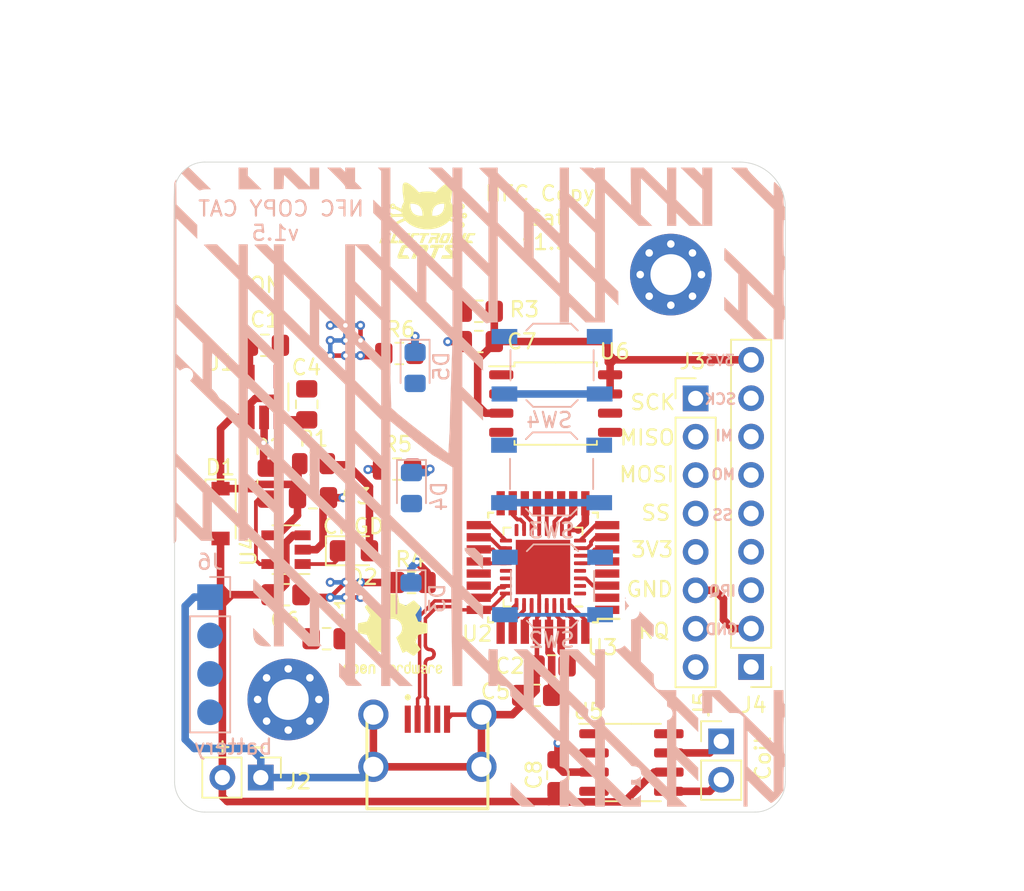
<source format=kicad_pcb>
(kicad_pcb (version 20171130) (host pcbnew "(5.1.9)-1")
  (title_block (title "NFC Copy Cat") (date 2020-04-15) (rev 1.5) (company "Electronic Cats ") (comment 1 "Juan Eduardo Rangel") (comment 2 "Montserrat Figueroa") (comment 3 "Eduardo Contreras"))
  (layers (0 F.Cu signal) (31 B.Cu signal) (34 B.Paste user) (35 F.Paste user) (36 B.SilkS user) (37 F.SilkS user) (38 B.Mask user) (39 F.Mask user hide) (44 Edge.Cuts user))
  (net 0 "")
  (net 1 +3V3)
  (net 2 GND)
  (net 3 VCC)
  (net 4 "Net-(D3-Pad1)")
  (net 5 "Net-(F1-Pad2)")
  (net 6 /D-)
  (net 7 /D+)
  (net 8 "Net-(J1-Pad4)")
  (net 9 /SWDIO)
  (net 10 /SWCLK)
  (net 11 "/13(SCK)")
  (net 12 "/12(MISO)")
  (net 13 "/11(MOSI)")
  (net 14 "/10(SS)")
  (net 15 /IRQ)
  (net 16 /OUTA)
  (net 17 /OUTB)
  (net 18 /RESET)
  (net 19 "Net-(U3-Pad1)")
  (net 20 /IN_A)
  (net 21 /IN_B)
  (net 22 /SW1)
  (net 23 /SW2)
  (net 24 "Net-(D4-Pad1)")
  (net 25 +BATT)
  (net 26 /LED1)
  (net 27 /LED2)
  (net 28 /LED3)
  (net 29 "Net-(D5-Pad1)")
  (net 30 /RSTOUT)
  (net 31 "Net-(F1-Pad1)")
  (net 32 /SS1)
  (net 33 /MISO1)
  (net 34 /SCK1)
  (net 35 /MOSI1)
  (net 36 /VDDCORE)
  (net 37 "Net-(D2-Pad2)")
  (net 38 "Net-(D2-Pad1)")
  (net 39 "Net-(J3-Pad8)")
  (net 40 "Net-(J4-Pad1)")
  (net 41 "Net-(R2-Pad2)")
  (net 42 "Net-(U2-Pad22)")
  (net 43 "Net-(U2-Pad21)")
  (net 44 "Net-(U2-Pad16)")
  (net 45 "Net-(U2-Pad4)")
  (net 46 "Net-(U2-Pad2)")
  (net 47 "Net-(U2-Pad1)")
  (net 48 "Net-(U3-Pad22)")
  (net 49 "Net-(U3-Pad21)")
  (net 50 "Net-(U3-Pad16)")
  (net 51 "Net-(U3-Pad4)")
  (net 52 "Net-(U3-Pad2)")
  (net 53 "Net-(U5-Pad1)")
  (net 54 "Net-(U5-Pad8)")
  (module Button_Switch_SMD:SW_SPST_TL3342 (layer B.Cu) (at 152.67 62.64)
    (fp_text reference SW4 (at -0.18 3.63 180) (layer B.SilkS) (effects (justify mirror)))
    (fp_text value NFC)
    (pad 2 smd rect (at 3.15 -1.9) (size 1.7 1) (layers B.Cu B.Paste B.Mask) (net 23 /SW2))
    (pad 2 smd rect (at -3.15 -1.9) (size 1.7 1) (layers B.Cu B.Paste B.Mask) (net 23 /SW2))
    (pad 1 smd rect (at 3.15 1.9) (size 1.7 1) (layers B.Cu B.Paste B.Mask) (net 2 GND))
    (pad 1 smd rect (at -3.15 1.9) (size 1.7 1) (layers B.Cu B.Paste B.Mask) (net 2 GND))
  )
  (module Button_Switch_SMD:SW_SPST_TL3342 (layer B.Cu) (at 152.64 69.83)
    (fp_text reference SW3 (at 0 3.75) (layer B.SilkS) (effects (justify mirror)))
    (fp_text value Magspoof)
    (pad 2 smd rect (at 3.15 -1.9) (size 1.7 1) (layers B.Cu B.Paste B.Mask) (net 22 /SW1))
    (pad 2 smd rect (at -3.15 -1.9) (size 1.7 1) (layers B.Cu B.Paste B.Mask) (net 22 /SW1))
    (pad 1 smd rect (at 3.15 1.9) (size 1.7 1) (layers B.Cu B.Paste B.Mask) (net 2 GND))
    (pad 1 smd rect (at -3.15 1.9) (size 1.7 1) (layers B.Cu B.Paste B.Mask) (net 2 GND))
  )
  (module Button_Switch_SMD:SW_SPST_TL3342 (layer B.Cu) (at 152.7 77.24)
    (fp_text reference SW2 (at -0.06 3.58) (layer B.SilkS) (effects (justify mirror)))
    (fp_text value RST)
    (pad 2 smd rect (at 3.15 -1.9) (size 1.7 1) (layers B.Cu B.Paste B.Mask) (net 18 /RESET))
    (pad 2 smd rect (at -3.15 -1.9) (size 1.7 1) (layers B.Cu B.Paste B.Mask) (net 18 /RESET))
    (pad 1 smd rect (at 3.15 1.9) (size 1.7 1) (layers B.Cu B.Paste B.Mask) (net 2 GND))
    (pad 1 smd rect (at -3.15 1.9) (size 1.7 1) (layers B.Cu B.Paste B.Mask) (net 2 GND))
  )
  (module Resistor_SMD:R_0805_2012Metric (layer F.Cu) (at 136.89 69.15)
    (fp_text reference R1 (at 0 -1.65) (layer F.SilkS))
    (fp_text value 1k)
    (pad 2 smd roundrect (at 0.9125 0) (size 1.025 1.4) (layers F.Cu F.Paste F.Mask) (roundrect_rratio 0.243902) (net 37 "Net-(D2-Pad2)"))
    (pad 1 smd roundrect (at -0.9125 0) (size 1.025 1.4) (layers F.Cu F.Paste F.Mask) (roundrect_rratio 0.243902) (net 3 VCC))
  )
  (module Package_QFP:TQFP-32_7x7mm_P0.8mm (layer F.Cu) (at 152.07 76.02 180)
    (fp_text reference U3 (at -3.93 -5.28) (layer F.SilkS))
    (fp_text value ATSAMD21E18A)
    (pad 32 smd rect (at -2.8 -4.25 270) (size 1.6 0.55) (layers F.Cu F.Paste F.Mask) (net 9 /SWDIO))
    (pad 31 smd rect (at -2 -4.25 270) (size 1.6 0.55) (layers F.Cu F.Paste F.Mask) (net 10 /SWCLK))
    (pad 30 smd rect (at -1.2 -4.25 270) (size 1.6 0.55) (layers F.Cu F.Paste F.Mask) (net 1 +3V3))
    (pad 29 smd rect (at -0.4 -4.25 270) (size 1.6 0.55) (layers F.Cu F.Paste F.Mask) (net 36 /VDDCORE))
    (pad 28 smd rect (at 0.4 -4.25 270) (size 1.6 0.55) (layers F.Cu F.Paste F.Mask) (net 2 GND))
    (pad 27 smd rect (at 1.2 -4.25 270) (size 1.6 0.55) (layers F.Cu F.Paste F.Mask) (net 23 /SW2))
    (pad 26 smd rect (at 2 -4.25 270) (size 1.6 0.55) (layers F.Cu F.Paste F.Mask) (net 18 /RESET))
    (pad 25 smd rect (at 2.8 -4.25 270) (size 1.6 0.55) (layers F.Cu F.Paste F.Mask) (net 22 /SW1))
    (pad 24 smd rect (at 4.25 -2.8 180) (size 1.6 0.55) (layers F.Cu F.Paste F.Mask) (net 7 /D+))
    (pad 23 smd rect (at 4.25 -2 180) (size 1.6 0.55) (layers F.Cu F.Paste F.Mask) (net 6 /D-))
    (pad 22 smd rect (at 4.25 -1.2 180) (size 1.6 0.55) (layers F.Cu F.Paste F.Mask) (net 48 "Net-(U3-Pad22)"))
    (pad 21 smd rect (at 4.25 -0.4 180) (size 1.6 0.55) (layers F.Cu F.Paste F.Mask) (net 49 "Net-(U3-Pad21)"))
    (pad 20 smd rect (at 4.25 0.4 180) (size 1.6 0.55) (layers F.Cu F.Paste F.Mask) (net 12 "/12(MISO)"))
    (pad 19 smd rect (at 4.25 1.2 180) (size 1.6 0.55) (layers F.Cu F.Paste F.Mask) (net 14 "/10(SS)"))
    (pad 18 smd rect (at 4.25 2 180) (size 1.6 0.55) (layers F.Cu F.Paste F.Mask) (net 11 "/13(SCK)"))
    (pad 17 smd rect (at 4.25 2.8 180) (size 1.6 0.55) (layers F.Cu F.Paste F.Mask) (net 13 "/11(MOSI)"))
    (pad 16 smd rect (at 2.8 4.25 270) (size 1.6 0.55) (layers F.Cu F.Paste F.Mask) (net 50 "Net-(U3-Pad16)"))
    (pad 15 smd rect (at 2 4.25 270) (size 1.6 0.55) (layers F.Cu F.Paste F.Mask) (net 26 /LED1))
    (pad 14 smd rect (at 1.2 4.25 270) (size 1.6 0.55) (layers F.Cu F.Paste F.Mask) (net 33 /MISO1))
    (pad 13 smd rect (at 0.4 4.25 270) (size 1.6 0.55) (layers F.Cu F.Paste F.Mask) (net 32 /SS1))
    (pad 12 smd rect (at -0.4 4.25 270) (size 1.6 0.55) (layers F.Cu F.Paste F.Mask) (net 34 /SCK1))
    (pad 11 smd rect (at -1.2 4.25 270) (size 1.6 0.55) (layers F.Cu F.Paste F.Mask) (net 35 /MOSI1))
    (pad 10 smd rect (at -2 4.25 270) (size 1.6 0.55) (layers F.Cu F.Paste F.Mask) (net 2 GND))
    (pad 9 smd rect (at -2.8 4.25 270) (size 1.6 0.55) (layers F.Cu F.Paste F.Mask) (net 1 +3V3))
    (pad 8 smd rect (at -4.25 2.8 180) (size 1.6 0.55) (layers F.Cu F.Paste F.Mask) (net 21 /IN_B))
    (pad 7 smd rect (at -4.25 2 180) (size 1.6 0.55) (layers F.Cu F.Paste F.Mask) (net 20 /IN_A))
    (pad 6 smd rect (at -4.25 1.2 180) (size 1.6 0.55) (layers F.Cu F.Paste F.Mask) (net 27 /LED2))
    (pad 5 smd rect (at -4.25 0.4 180) (size 1.6 0.55) (layers F.Cu F.Paste F.Mask) (net 28 /LED3))
    (pad 4 smd rect (at -4.25 -0.4 180) (size 1.6 0.55) (layers F.Cu F.Paste F.Mask) (net 51 "Net-(U3-Pad4)"))
    (pad 3 smd rect (at -4.25 -1.2 180) (size 1.6 0.55) (layers F.Cu F.Paste F.Mask) (net 15 /IRQ))
    (pad 2 smd rect (at -4.25 -2 180) (size 1.6 0.55) (layers F.Cu F.Paste F.Mask) (net 52 "Net-(U3-Pad2)"))
    (pad 1 smd rect (at -4.25 -2.8 180) (size 1.6 0.55) (layers F.Cu F.Paste F.Mask) (net 19 "Net-(U3-Pad1)"))
  )
  (module Package_DFN_QFN:QFN-32-1EP_5x5mm_P0.5mm_EP3.6x3.6mm (layer F.Cu) (at 152.07 75.99 180)
    (fp_text reference U2 (at 4.35 -4.41) (layer F.SilkS))
    (fp_text value ATSAMD21E18A)
    (pad 33 smd rect (at 0 0 180) (size 3.6 3.6) (layers F.Cu F.Mask))
    (pad 32 smd roundrect (at -1.75 -2.45 180) (size 0.25 0.8) (layers F.Cu F.Paste F.Mask) (net 9 /SWDIO))
    (pad 31 smd roundrect (at -1.25 -2.45 180) (size 0.25 0.8) (layers F.Cu F.Paste F.Mask) (net 10 /SWCLK))
    (pad 30 smd roundrect (at -0.75 -2.45 180) (size 0.25 0.8) (layers F.Cu F.Paste F.Mask) (net 1 +3V3))
    (pad 29 smd roundrect (at -0.25 -2.45 180) (size 0.25 0.8) (layers F.Cu F.Paste F.Mask) (net 36 /VDDCORE))
    (pad 28 smd roundrect (at 0.25 -2.45 180) (size 0.25 0.8) (layers F.Cu F.Paste F.Mask) (net 2 GND))
    (pad 27 smd roundrect (at 0.75 -2.45 180) (size 0.25 0.8) (layers F.Cu F.Paste F.Mask) (net 23 /SW2))
    (pad 26 smd roundrect (at 1.25 -2.45 180) (size 0.25 0.8) (layers F.Cu F.Paste F.Mask) (net 18 /RESET))
    (pad 25 smd roundrect (at 1.75 -2.45 180) (size 0.25 0.8) (layers F.Cu F.Paste F.Mask) (net 22 /SW1))
    (pad 24 smd roundrect (at 2.45 -1.75 180) (size 0.8 0.25) (layers F.Cu F.Paste F.Mask) (net 7 /D+))
    (pad 23 smd roundrect (at 2.45 -1.25 180) (size 0.8 0.25) (layers F.Cu F.Paste F.Mask) (net 6 /D-))
    (pad 22 smd roundrect (at 2.45 -0.75 180) (size 0.8 0.25) (layers F.Cu F.Paste F.Mask) (net 42 "Net-(U2-Pad22)"))
    (pad 21 smd roundrect (at 2.45 -0.25 180) (size 0.8 0.25) (layers F.Cu F.Paste F.Mask) (net 43 "Net-(U2-Pad21)"))
    (pad 20 smd roundrect (at 2.45 0.25 180) (size 0.8 0.25) (layers F.Cu F.Paste F.Mask) (net 12 "/12(MISO)"))
    (pad 19 smd roundrect (at 2.45 0.75 180) (size 0.8 0.25) (layers F.Cu F.Paste F.Mask) (net 14 "/10(SS)"))
    (pad 18 smd roundrect (at 2.45 1.25 180) (size 0.8 0.25) (layers F.Cu F.Paste F.Mask) (net 11 "/13(SCK)"))
    (pad 17 smd roundrect (at 2.45 1.75 180) (size 0.8 0.25) (layers F.Cu F.Paste F.Mask) (net 13 "/11(MOSI)"))
    (pad 16 smd roundrect (at 1.75 2.45 180) (size 0.25 0.8) (layers F.Cu F.Paste F.Mask) (net 44 "Net-(U2-Pad16)"))
    (pad 15 smd roundrect (at 1.25 2.45 180) (size 0.25 0.8) (layers F.Cu F.Paste F.Mask) (net 26 /LED1))
    (pad 14 smd roundrect (at 0.75 2.45 180) (size 0.25 0.8) (layers F.Cu F.Paste F.Mask) (net 33 /MISO1))
    (pad 13 smd roundrect (at 0.25 2.45 180) (size 0.25 0.8) (layers F.Cu F.Paste F.Mask) (net 32 /SS1))
    (pad 12 smd roundrect (at -0.25 2.45 180) (size 0.25 0.8) (layers F.Cu F.Paste F.Mask) (net 34 /SCK1))
    (pad 11 smd roundrect (at -0.75 2.45 180) (size 0.25 0.8) (layers F.Cu F.Paste F.Mask) (net 35 /MOSI1))
    (pad 10 smd roundrect (at -1.25 2.45 180) (size 0.25 0.8) (layers F.Cu F.Paste F.Mask) (net 2 GND))
    (pad 9 smd roundrect (at -1.75 2.45 180) (size 0.25 0.8) (layers F.Cu F.Paste F.Mask) (net 1 +3V3))
    (pad 8 smd roundrect (at -2.45 1.75 180) (size 0.8 0.25) (layers F.Cu F.Paste F.Mask) (net 21 /IN_B))
    (pad 7 smd roundrect (at -2.45 1.25 180) (size 0.8 0.25) (layers F.Cu F.Paste F.Mask) (net 20 /IN_A))
    (pad 6 smd roundrect (at -2.45 0.75 180) (size 0.8 0.25) (layers F.Cu F.Paste F.Mask) (net 27 /LED2))
    (pad 5 smd roundrect (at -2.45 0.25 180) (size 0.8 0.25) (layers F.Cu F.Paste F.Mask) (net 28 /LED3))
    (pad 4 smd roundrect (at -2.45 -0.25 180) (size 0.8 0.25) (layers F.Cu F.Paste F.Mask) (net 45 "Net-(U2-Pad4)"))
    (pad 3 smd roundrect (at -2.45 -0.75 180) (size 0.8 0.25) (layers F.Cu F.Paste F.Mask) (net 15 /IRQ))
    (pad 2 smd roundrect (at -2.45 -1.25 180) (size 0.8 0.25) (layers F.Cu F.Paste F.Mask) (net 46 "Net-(U2-Pad2)"))
    (pad 1 smd roundrect (at -2.45 -1.75 180) (size 0.8 0.25) (layers F.Cu F.Paste F.Mask) (net 47 "Net-(U2-Pad1)"))
  )
  (module LED_SMD:LED_0805_2012Metric_Pad1.15x1.40mm_HandSolder (layer B.Cu) (at 143.61 62.815 270)
    (fp_text reference D5 (at -0.095 -1.74 90) (layer B.SilkS) (effects (justify mirror)))
    (fp_text value LED)
    (pad 2 smd roundrect (at 1.025 0 270) (size 1.15 1.4) (layers B.Cu B.Paste B.Mask) (roundrect_rratio 0.2173904347826087) (net 28 /LED3))
    (pad 1 smd roundrect (at -1.025 0 270) (size 1.15 1.4) (layers B.Cu B.Paste B.Mask) (roundrect_rratio 0.2173904347826087) (net 29 "Net-(D5-Pad1)"))
  )
  (module LED_SMD:LED_0805_2012Metric_Pad1.15x1.40mm_HandSolder (layer B.Cu) (at 143.37 70.765 270)
    (fp_text reference D4 (at 0.545 -1.83 270) (layer B.SilkS) (effects (justify mirror)))
    (fp_text value LED)
    (pad 1 smd roundrect (at -1.025 0 270) (size 1.15 1.4) (layers B.Cu B.Paste B.Mask) (roundrect_rratio 0.2173904347826087) (net 24 "Net-(D4-Pad1)"))
    (pad 2 smd roundrect (at 1.025 0 270) (size 1.15 1.4) (layers B.Cu B.Paste B.Mask) (roundrect_rratio 0.2173904347826087) (net 27 /LED2))
  )
  (module LED_SMD:LED_0805_2012Metric_Pad1.15x1.40mm_HandSolder (layer B.Cu) (at 143.34 78.06 270)
    (fp_text reference D3 (at 0 -1.74 90) (layer B.SilkS) (effects (justify mirror)))
    (fp_text value LED)
    (pad 1 smd roundrect (at -1.025 0 270) (size 1.15 1.4) (layers B.Cu B.Paste B.Mask) (roundrect_rratio 0.2173904347826087) (net 4 "Net-(D3-Pad1)"))
    (pad 2 smd roundrect (at 1.025 0 270) (size 1.15 1.4) (layers B.Cu B.Paste B.Mask) (roundrect_rratio 0.2173904347826087) (net 26 /LED1))
  )
  (module Aesthetics:nfc_front (layer B.Cu) (at 147.86 70.56 180)
    (fp_text reference G*** hide)
    (fp_text value LOGO hide)
  )
  (module Symbol:OSHW-Logo2_7.3x6mm_SilkScreen (layer F.Cu) (at 142.125 80.5)
    (fp_text reference REF** hide)
    (fp_text value OSHW-Logo2_7.3x6mm_SilkScreen hide)
  )
  (module Connector_PinHeader_2.54mm:PinHeader_1x04_P2.54mm_Vertical (layer B.Cu) (at 130.048 77.978 180)
    (fp_text reference J6 (at 0 2.33) (layer B.SilkS) (effects (justify mirror)))
    (fp_text value SWD)
    (pad 1 smd rect (at 0 0 180) (size 1.7 1.7) (layers B.Cu B.Paste B.Mask) (net 2 GND))
    (pad 2 smd oval (at 0 -2.54 180) (size 1.7 1.7) (layers B.Cu B.Paste B.Mask) (net 10 /SWCLK))
    (pad 3 smd oval (at 0 -5.08 180) (size 1.7 1.7) (layers B.Cu B.Paste B.Mask) (net 9 /SWDIO))
    (pad 4 smd oval (at 0 -7.62 180) (size 1.7 1.7) (layers B.Cu B.Paste B.Mask) (net 1 +3V3))
  )
  (module Package_TO_SOT_SMD:SOT-23-5 (layer F.Cu) (at 135.07 74.84 180)
    (fp_text reference U4 (at 2.47 -0.1 90) (layer F.SilkS))
    (fp_text value MCP73831-2-OT)
    (pad 1 smd rect (at -1.1 -0.95 180) (size 1.06 0.65) (layers F.Cu F.Paste F.Mask) (net 38 "Net-(D2-Pad1)"))
    (pad 2 smd rect (at -1.1 0 180) (size 1.06 0.65) (layers F.Cu F.Paste F.Mask) (net 2 GND))
    (pad 3 smd rect (at -1.1 0.95 180) (size 1.06 0.65) (layers F.Cu F.Paste F.Mask) (net 25 +BATT))
    (pad 4 smd rect (at 1.1 0.95 180) (size 1.06 0.65) (layers F.Cu F.Paste F.Mask) (net 3 VCC))
    (pad 5 smd rect (at 1.1 -0.95 180) (size 1.06 0.65) (layers F.Cu F.Paste F.Mask) (net 41 "Net-(R2-Pad2)"))
  )
  (module Connector_PinHeader_2.54mm:PinHeader_1x08_P2.54mm_Vertical (layer F.Cu) (at 162.17 64.83)
    (fp_text reference J3 (at -0.21 -2.44 180) (layer F.SilkS))
    (fp_text value "NFC Module V3")
    (pad 1 thru_hole rect (at 0 0) (size 1.7 1.7) (drill 1) (layers *.Cu *.Mask) (net 11 "/13(SCK)"))
    (pad 2 thru_hole oval (at 0 2.54) (size 1.7 1.7) (drill 1) (layers *.Cu *.Mask) (net 12 "/12(MISO)"))
    (pad 3 thru_hole oval (at 0 5.08) (size 1.7 1.7) (drill 1) (layers *.Cu *.Mask) (net 13 "/11(MOSI)"))
    (pad 4 thru_hole oval (at 0 7.62) (size 1.7 1.7) (drill 1) (layers *.Cu *.Mask) (net 14 "/10(SS)"))
    (pad 5 thru_hole oval (at 0 10.16) (size 1.7 1.7) (drill 1) (layers *.Cu *.Mask) (net 1 +3V3))
    (pad 6 thru_hole oval (at 0 12.7) (size 1.7 1.7) (drill 1) (layers *.Cu *.Mask) (net 2 GND))
    (pad 7 thru_hole oval (at 0 15.24) (size 1.7 1.7) (drill 1) (layers *.Cu *.Mask) (net 15 /IRQ))
    (pad 8 thru_hole oval (at 0 17.78) (size 1.7 1.7) (drill 1) (layers *.Cu *.Mask) (net 39 "Net-(J3-Pad8)"))
  )
  (module Connectors:U254051N4BH806 (layer F.Cu) (at 144.4244 88.2396)
    (fp_text reference J1)
    (fp_text value USB_B_Micro hide)
    (pad 1 smd rect (at -1.3 -2.185) (size 0.4 1.8) (layers F.Cu F.Paste F.Mask) (net 5 "Net-(F1-Pad2)"))
    (pad 2 smd rect (at -0.65 -2.185) (size 0.4 1.8) (layers F.Cu F.Paste F.Mask) (net 6 /D-))
    (pad 3 smd rect (at 0 -2.185) (size 0.4 1.8) (layers F.Cu F.Paste F.Mask) (net 7 /D+))
    (pad 4 smd rect (at 0.65 -2.185) (size 0.4 1.8) (layers F.Cu F.Paste F.Mask) (net 8 "Net-(J1-Pad4)"))
    (pad 5 smd rect (at 1.3 -2.185) (size 0.4 1.8) (layers F.Cu F.Paste F.Mask) (net 2 GND))
    (pad 6 thru_hole circle (at -3.575 0.965) (size 2 2) (drill 1.3285) (layers *.Cu *.Mask) (net 2 GND))
    (pad 6 thru_hole circle (at 3.575 0.965) (size 2 2) (drill 1.3285) (layers *.Cu *.Mask) (net 2 GND))
    (pad 6 thru_hole circle (at 3.575 -2.485) (size 2 2) (drill 1.3285) (layers *.Cu *.Mask) (net 2 GND))
    (pad 6 thru_hole circle (at -3.575 -2.485) (size 2 2) (drill 1.3285) (layers *.Cu *.Mask) (net 2 GND))
    (pad MH5 np_thru_hole circle (at -2 -1.165) (size 0.65 0) (drill 0.65) (layers *.Cu *.Mask))
    (pad MH6 np_thru_hole circle (at 2 -1.165) (size 0.65 0) (drill 0.65) (layers *.Cu *.Mask))
  )
  (module Aesthetics:electronic_cats_logo_4x3 (layer F.Cu) (at 144.42 53.07)
    (fp_text reference G*** hide)
    (fp_text value LOGO hide)
  )
  (module Package_SO:SOIC-8_3.9x4.9mm_P1.27mm (layer F.Cu) (at 157.92 88.92)
    (fp_text reference U5 (at -2.845 -3.395) (layer F.SilkS))
    (fp_text value TC4424)
    (pad 1 smd roundrect (at -2.475 -1.905) (size 1.95 0.6) (layers F.Cu F.Paste F.Mask) (net 53 "Net-(U5-Pad1)"))
    (pad 2 smd roundrect (at -2.475 -0.635) (size 1.95 0.6) (layers F.Cu F.Paste F.Mask) (net 20 /IN_A))
    (pad 3 smd roundrect (at -2.475 0.635) (size 1.95 0.6) (layers F.Cu F.Paste F.Mask) (net 2 GND))
    (pad 4 smd roundrect (at -2.475 1.905) (size 1.95 0.6) (layers F.Cu F.Paste F.Mask) (net 21 /IN_B))
    (pad 5 smd roundrect (at 2.475 1.905) (size 1.95 0.6) (layers F.Cu F.Paste F.Mask) (net 17 /OUTB))
    (pad 6 smd roundrect (at 2.475 0.635) (size 1.95 0.6) (layers F.Cu F.Paste F.Mask) (net 25 +BATT))
    (pad 7 smd roundrect (at 2.475 -0.635) (size 1.95 0.6) (layers F.Cu F.Paste F.Mask) (net 16 /OUTA))
    (pad 8 smd roundrect (at 2.475 -1.905) (size 1.95 0.6) (layers F.Cu F.Paste F.Mask) (net 54 "Net-(U5-Pad8)"))
  )
  (module MountingHole:MountingHole_2.7mm_M2.5_Pad_Via (layer F.Cu) (at 160.528 56.642)
    (fp_text reference " " (at 0 -3.7) (layer F.SilkS))
    (fp_text value MountingHole_2.7mm_M2.5_Pad_Via)
    (pad 1 thru_hole circle (at 1.431891 -1.431891) (size 0.8 0.8) (drill 0.5) (layers *.Cu *.Mask))
    (pad 1 thru_hole circle (at 0 -2.025) (size 0.8 0.8) (drill 0.5) (layers *.Cu *.Mask))
    (pad 1 thru_hole circle (at -1.431891 -1.431891) (size 0.8 0.8) (drill 0.5) (layers *.Cu *.Mask))
    (pad 1 thru_hole circle (at -2.025 0) (size 0.8 0.8) (drill 0.5) (layers *.Cu *.Mask))
    (pad 1 thru_hole circle (at -1.431891 1.431891) (size 0.8 0.8) (drill 0.5) (layers *.Cu *.Mask))
    (pad 1 thru_hole circle (at 0 2.025) (size 0.8 0.8) (drill 0.5) (layers *.Cu *.Mask))
    (pad 1 thru_hole circle (at 1.431891 1.431891) (size 0.8 0.8) (drill 0.5) (layers *.Cu *.Mask))
    (pad 1 thru_hole circle (at 2.025 0) (size 0.8 0.8) (drill 0.5) (layers *.Cu *.Mask))
    (pad 1 thru_hole circle (at 0 0) (size 5.4 5.4) (drill 2.7) (layers *.Cu *.Mask))
  )
  (module MountingHole:MountingHole_2.7mm_M2.5_Pad_Via (layer F.Cu) (at 135.218109 84.75)
    (fp_text reference " " (at 0 -3.7) (layer F.SilkS))
    (fp_text value MountingHole_2.7mm_M2.5_Pad_Via)
    (pad 1 thru_hole circle (at 1.431891 -1.431891) (size 0.8 0.8) (drill 0.5) (layers *.Cu *.Mask))
    (pad 1 thru_hole circle (at 0 -2.025) (size 0.8 0.8) (drill 0.5) (layers *.Cu *.Mask))
    (pad 1 thru_hole circle (at -1.431891 -1.431891) (size 0.8 0.8) (drill 0.5) (layers *.Cu *.Mask))
    (pad 1 thru_hole circle (at -2.025 0) (size 0.8 0.8) (drill 0.5) (layers *.Cu *.Mask))
    (pad 1 thru_hole circle (at -1.431891 1.431891) (size 0.8 0.8) (drill 0.5) (layers *.Cu *.Mask))
    (pad 1 thru_hole circle (at 0 2.025) (size 0.8 0.8) (drill 0.5) (layers *.Cu *.Mask))
    (pad 1 thru_hole circle (at 1.431891 1.431891) (size 0.8 0.8) (drill 0.5) (layers *.Cu *.Mask))
    (pad 1 thru_hole circle (at 2.025 0) (size 0.8 0.8) (drill 0.5) (layers *.Cu *.Mask))
    (pad 1 thru_hole circle (at 0 0) (size 5.4 5.4) (drill 2.7) (layers *.Cu *.Mask))
  )
  (module Capacitor_SMD:C_0805_2012Metric_Pad1.15x1.40mm_HandSolder (layer F.Cu) (at 151.62 84.48 180)
    (fp_text reference C5 (at 2.69 0.26) (layer F.SilkS))
    (fp_text value 1uf)
    (pad 1 smd roundrect (at -1.025 0 180) (size 1.15 1.4) (layers F.Cu F.Paste F.Mask) (roundrect_rratio 0.2173904347826087) (net 36 /VDDCORE))
    (pad 2 smd roundrect (at 1.025 0 180) (size 1.15 1.4) (layers F.Cu F.Paste F.Mask) (roundrect_rratio 0.2173904347826087) (net 2 GND))
  )
  (module Capacitor_SMD:C_0805_2012Metric_Pad1.15x1.40mm_HandSolder (layer F.Cu) (at 152.64 82.53 180)
    (fp_text reference C2 (at 2.76 0 180) (layer F.SilkS))
    (fp_text value 0.1uf)
    (pad 2 smd roundrect (at 1.025 0 180) (size 1.15 1.4) (layers F.Cu F.Paste F.Mask) (roundrect_rratio 0.2173904347826087) (net 2 GND))
    (pad 1 smd roundrect (at -1.025 0 180) (size 1.15 1.4) (layers F.Cu F.Paste F.Mask) (roundrect_rratio 0.2173904347826087) (net 1 +3V3))
  )
  (module Capacitor_SMD:C_0805_2012Metric_Pad1.15x1.40mm_HandSolder (layer F.Cu) (at 153.06 89.76 90)
    (fp_text reference C8 (at 0.03 -1.59 270) (layer F.SilkS))
    (fp_text value 10uf)
    (pad 2 smd roundrect (at 1.025 0 90) (size 1.15 1.4) (layers F.Cu F.Paste F.Mask) (roundrect_rratio 0.2173904347826087) (net 2 GND))
    (pad 1 smd roundrect (at -1.025 0 90) (size 1.15 1.4) (layers F.Cu F.Paste F.Mask) (roundrect_rratio 0.2173904347826087) (net 25 +BATT))
  )
  (module Capacitor_SMD:C_0805_2012Metric_Pad1.15x1.40mm_HandSolder (layer F.Cu) (at 133.675 61.32)
    (fp_text reference C1 (at 0 -1.7) (layer F.SilkS))
    (fp_text value 10uf)
    (pad 2 smd roundrect (at 1.025 0) (size 1.15 1.4) (layers F.Cu F.Paste F.Mask) (roundrect_rratio 0.2173904347826087) (net 2 GND))
    (pad 1 smd roundrect (at -1.025 0) (size 1.15 1.4) (layers F.Cu F.Paste F.Mask) (roundrect_rratio 0.2173904347826087) (net 1 +3V3))
  )
  (module Capacitor_SMD:C_0805_2012Metric_Pad1.15x1.40mm_HandSolder (layer F.Cu) (at 135.035 77.82)
    (fp_text reference C6 (at -0.03 1.68) (layer F.SilkS))
    (fp_text value 10uf)
    (pad 2 smd roundrect (at 1.025 0) (size 1.15 1.4) (layers F.Cu F.Paste F.Mask) (roundrect_rratio 0.2173904347826087) (net 2 GND))
    (pad 1 smd roundrect (at -1.025 0) (size 1.15 1.4) (layers F.Cu F.Paste F.Mask) (roundrect_rratio 0.2173904347826087) (net 25 +BATT))
  )
  (module Capacitor_SMD:C_0805_2012Metric_Pad1.15x1.40mm_HandSolder (layer F.Cu) (at 136.855 71.4)
    (fp_text reference C3 (at 2.855 -0.09) (layer F.SilkS))
    (fp_text value 10uf)
    (pad 1 smd roundrect (at -1.025 0) (size 1.15 1.4) (layers F.Cu F.Paste F.Mask) (roundrect_rratio 0.2173904347826087) (net 3 VCC))
    (pad 2 smd roundrect (at 1.025 0) (size 1.15 1.4) (layers F.Cu F.Paste F.Mask) (roundrect_rratio 0.2173904347826087) (net 2 GND))
  )
  (module Diode_SMD:D_SOD-123 (layer F.Cu) (at 130.74 72.45 270)
    (fp_text reference D1 (at -3.05 0.01 180) (layer F.SilkS))
    (fp_text value MBR120)
    (pad 1 smd rect (at -1.65 0 270) (size 0.9 1.2) (layers F.Cu F.Paste F.Mask) (net 3 VCC))
    (pad 2 smd rect (at 1.65 0 270) (size 0.9 1.2) (layers F.Cu F.Paste F.Mask) (net 25 +BATT))
  )
  (module LED_SMD:LED_0805_2012Metric_Pad1.15x1.40mm_HandSolder (layer F.Cu) (at 139.565 74.91)
    (fp_text reference D2 (at 0.605 1.74) (layer F.SilkS))
    (fp_text value LED)
    (pad 2 smd roundrect (at 1.025 0) (size 1.15 1.4) (layers F.Cu F.Paste F.Mask) (roundrect_rratio 0.2173904347826087) (net 37 "Net-(D2-Pad2)"))
    (pad 1 smd roundrect (at -1.025 0) (size 1.15 1.4) (layers F.Cu F.Paste F.Mask) (roundrect_rratio 0.2173904347826087) (net 38 "Net-(D2-Pad1)"))
  )
  (module Fuse:Fuse_0805_2012Metric_Pad1.15x1.40mm_HandSolder (layer F.Cu) (at 137.76 80.73)
    (fp_text reference F1 (at 1.085 -1.92 -90) (layer F.SilkS))
    (fp_text value Polyfuse)
    (pad 1 smd roundrect (at -1.025 0) (size 1.15 1.4) (layers F.Cu F.Paste F.Mask) (roundrect_rratio 0.2173904347826087) (net 31 "Net-(F1-Pad1)"))
    (pad 2 smd roundrect (at 1.025 0) (size 1.15 1.4) (layers F.Cu F.Paste F.Mask) (roundrect_rratio 0.2173904347826087) (net 5 "Net-(F1-Pad2)"))
  )
  (module Connector_PinHeader_2.54mm:PinHeader_1x02_P2.54mm_Vertical (layer F.Cu) (at 133.4008 89.916 270)
    (fp_text reference J2 (at 0.254 -2.4892 180) (layer F.SilkS))
    (fp_text value Battery)
    (pad 1 thru_hole rect (at 0 0 270) (size 1.7 1.7) (drill 1) (layers *.Cu *.Mask) (net 2 GND))
    (pad 2 thru_hole oval (at 0 2.54 270) (size 1.7 1.7) (drill 1) (layers *.Cu *.Mask) (net 25 +BATT))
  )
  (module Connector_PinHeader_2.54mm:PinHeader_1x02_P2.54mm_Vertical (layer F.Cu) (at 163.86 87.52)
    (fp_text reference J5 (at -1.3 -2.43 90) (layer F.SilkS))
    (fp_text value Conn_01x02)
    (pad 2 thru_hole oval (at 0 2.54) (size 1.7 1.7) (drill 1) (layers *.Cu *.Mask) (net 17 /OUTB))
    (pad 1 thru_hole rect (at 0 0) (size 1.7 1.7) (drill 1) (layers *.Cu *.Mask) (net 16 /OUTA))
  )
  (module Resistor_SMD:R_0805_2012Metric_Pad1.15x1.40mm_HandSolder (layer F.Cu) (at 133.89 70.47 270)
    (fp_text reference R2 (at -2.415 -0.04 180) (layer F.SilkS))
    (fp_text value 2.2k)
    (pad 2 smd roundrect (at 1.025 0 270) (size 1.15 1.4) (layers F.Cu F.Paste F.Mask) (roundrect_rratio 0.2173904347826087) (net 41 "Net-(R2-Pad2)"))
    (pad 1 smd roundrect (at -1.025 0 270) (size 1.15 1.4) (layers F.Cu F.Paste F.Mask) (roundrect_rratio 0.2173904347826087) (net 2 GND))
  )
  (module Package_TO_SOT_SMD:SOT-23-5_HandSoldering (layer F.Cu) (at 133.62 64.74 90)
    (fp_text reference U1 (at 2.2636 -2.9532 180) (layer F.SilkS))
    (fp_text value AP2112K-3.3TRG1)
    (pad 1 smd rect (at -1.35 -0.95 90) (size 1.56 0.65) (layers F.Cu F.Paste F.Mask) (net 3 VCC))
    (pad 2 smd rect (at -1.35 0 90) (size 1.56 0.65) (layers F.Cu F.Paste F.Mask) (net 2 GND))
    (pad 3 smd rect (at -1.35 0.95 90) (size 1.56 0.65) (layers F.Cu F.Paste F.Mask) (net 3 VCC))
    (pad 4 smd rect (at 1.35 0.95 90) (size 1.56 0.65) (layers F.Cu F.Paste F.Mask))
    (pad 5 smd rect (at 1.35 -0.95 90) (size 1.56 0.65) (layers F.Cu F.Paste F.Mask) (net 1 +3V3))
  )
  (module Resistor_SMD:R_0805_2012Metric_Pad1.15x1.40mm_HandSolder (layer F.Cu) (at 143.375 77.01 180)
    (fp_text reference R4 (at 0.095 1.53) (layer F.SilkS))
    (fp_text value 330)
    (pad 1 smd roundrect (at -1.025 0 180) (size 1.15 1.4) (layers F.Cu F.Paste F.Mask) (roundrect_rratio 0.2173904347826087) (net 4 "Net-(D3-Pad1)"))
    (pad 2 smd roundrect (at 1.025 0 180) (size 1.15 1.4) (layers F.Cu F.Paste F.Mask) (roundrect_rratio 0.2173904347826087) (net 2 GND))
  )
  (module Connector_PinHeader_2.54mm:PinHeader_1x09_P2.54mm_Vertical (layer F.Cu) (at 165.84 82.6 180)
    (fp_text reference J4 (at -0.17 -2.52) (layer F.SilkS))
    (fp_text value "Adafruit NFC 1.0")
    (pad 1 thru_hole rect (at 0 0 180) (size 1.7 1.7) (drill 1) (layers *.Cu *.Mask) (net 40 "Net-(J4-Pad1)"))
    (pad 2 thru_hole oval (at 0 2.54 180) (size 1.7 1.7) (drill 1) (layers *.Cu *.Mask) (net 2 GND))
    (pad 3 thru_hole oval (at 0 5.08 180) (size 1.7 1.7) (drill 1) (layers *.Cu *.Mask) (net 15 /IRQ))
    (pad 4 thru_hole oval (at 0 7.62 180) (size 1.7 1.7) (drill 1) (layers *.Cu *.Mask) (net 30 /RSTOUT))
    (pad 5 thru_hole oval (at 0 10.16 180) (size 1.7 1.7) (drill 1) (layers *.Cu *.Mask) (net 14 "/10(SS)"))
    (pad 6 thru_hole oval (at 0 12.7 180) (size 1.7 1.7) (drill 1) (layers *.Cu *.Mask) (net 13 "/11(MOSI)"))
    (pad 7 thru_hole oval (at 0 15.24 180) (size 1.7 1.7) (drill 1) (layers *.Cu *.Mask) (net 12 "/12(MISO)"))
    (pad 8 thru_hole oval (at 0 17.78 180) (size 1.7 1.7) (drill 1) (layers *.Cu *.Mask) (net 11 "/13(SCK)"))
    (pad 9 thru_hole oval (at 0 20.32 180) (size 1.7 1.7) (drill 1) (layers *.Cu *.Mask) (net 1 +3V3))
  )
  (module Resistor_SMD:R_0805_2012Metric_Pad1.15x1.40mm_HandSolder (layer F.Cu) (at 142.415 69.51 180)
    (fp_text reference R5 (at -0.025 1.65) (layer F.SilkS))
    (fp_text value 330)
    (pad 2 smd roundrect (at 1.025 0 180) (size 1.15 1.4) (layers F.Cu F.Paste F.Mask) (roundrect_rratio 0.2173904347826087) (net 2 GND))
    (pad 1 smd roundrect (at -1.025 0 180) (size 1.15 1.4) (layers F.Cu F.Paste F.Mask) (roundrect_rratio 0.2173904347826087) (net 24 "Net-(D4-Pad1)"))
  )
  (module Resistor_SMD:R_0805_2012Metric_Pad1.15x1.40mm_HandSolder (layer F.Cu) (at 142.565 61.86 180)
    (fp_text reference R6 (at -0.085 1.59) (layer F.SilkS))
    (fp_text value 330)
    (pad 1 smd roundrect (at -1.025 0 180) (size 1.15 1.4) (layers F.Cu F.Paste F.Mask) (roundrect_rratio 0.2173904347826087) (net 29 "Net-(D5-Pad1)"))
    (pad 2 smd roundrect (at 1.025 0 180) (size 1.15 1.4) (layers F.Cu F.Paste F.Mask) (roundrect_rratio 0.2173904347826087) (net 2 GND))
  )
  (module Capacitor_SMD:C_0805_2012Metric_Pad1.15x1.40mm_HandSolder (layer F.Cu) (at 136.44 65.225 90)
    (fp_text reference C4 (at 2.44 -0.02) (layer F.SilkS))
    (fp_text value 1uf)
    (pad 1 smd roundrect (at -1.025 0 90) (size 1.15 1.4) (layers F.Cu F.Paste F.Mask) (roundrect_rratio 0.2173904347826087) (net 3 VCC))
    (pad 2 smd roundrect (at 1.025 0 90) (size 1.15 1.4) (layers F.Cu F.Paste F.Mask) (roundrect_rratio 0.2173904347826087) (net 2 GND))
  )
  (module Capacitor_SMD:C_0805_2012Metric_Pad1.15x1.40mm_HandSolder (layer F.Cu) (at 147.825 61.07 180)
    (fp_text reference C7 (at -2.8448 0) (layer F.SilkS))
    (fp_text value 0.1uF)
    (pad 1 smd roundrect (at -1.025 0 180) (size 1.15 1.4) (layers F.Cu F.Paste F.Mask) (roundrect_rratio 0.2173904347826087) (net 1 +3V3))
    (pad 2 smd roundrect (at 1.025 0 180) (size 1.15 1.4) (layers F.Cu F.Paste F.Mask) (roundrect_rratio 0.2173904347826087) (net 2 GND))
  )
  (module Resistor_SMD:R_0805_2012Metric_Pad1.15x1.40mm_HandSolder (layer F.Cu) (at 147.82 59.07 180)
    (fp_text reference R3 (at -3.018 0.1254) (layer F.SilkS))
    (fp_text value 10K)
    (pad 1 smd roundrect (at -1.025 0 180) (size 1.15 1.4) (layers F.Cu F.Paste F.Mask) (roundrect_rratio 0.2173904347826087) (net 1 +3V3))
    (pad 2 smd roundrect (at 1.025 0 180) (size 1.15 1.4) (layers F.Cu F.Paste F.Mask) (roundrect_rratio 0.2173904347826087) (net 32 /SS1))
  )
  (module Package_SO:SOIC-8_5.23x5.23mm_P1.27mm (layer F.Cu) (at 152.91 65.175)
    (fp_text reference U6 (at 3.903 -3.4482) (layer F.SilkS))
    (fp_text value GD25Q16C)
    (pad 1 smd roundrect (at -3.6 -1.905) (size 1.6 0.6) (layers F.Cu F.Paste F.Mask) (net 32 /SS1))
    (pad 2 smd roundrect (at -3.6 -0.635) (size 1.6 0.6) (layers F.Cu F.Paste F.Mask) (net 33 /MISO1))
    (pad 3 smd roundrect (at -3.6 0.635) (size 1.6 0.6) (layers F.Cu F.Paste F.Mask) (net 1 +3V3))
    (pad 4 smd roundrect (at -3.6 1.905) (size 1.6 0.6) (layers F.Cu F.Paste F.Mask) (net 2 GND))
    (pad 5 smd roundrect (at 3.6 1.905) (size 1.6 0.6) (layers F.Cu F.Paste F.Mask) (net 35 /MOSI1))
    (pad 6 smd roundrect (at 3.6 0.635) (size 1.6 0.6) (layers F.Cu F.Paste F.Mask) (net 34 /SCK1))
    (pad 7 smd roundrect (at 3.6 -0.635) (size 1.6 0.6) (layers F.Cu F.Paste F.Mask) (net 1 +3V3))
    (pad 8 smd roundrect (at 3.6 -1.905) (size 1.6 0.6) (layers F.Cu F.Paste F.Mask) (net 1 +3V3))
  )
  (gr_text CHGD (at 139.53 73.29) (layer F.SilkS) (effects (font (size 1 1))))
  (gr_text ON (at 133.71 57.33) (layer F.SilkS) (effects (font (size 1 1))))
  (gr_text - (at 133.2 88 180) (layer F.SilkS) (effects (font (size 1 1))))
  (gr_text "NFC Copy \nCat\nv1.5" (at 152.25 52.89) (layer F.SilkS) (effects (font (size 1 1))))
  (gr_text Coil (at 166.624 88.646 90) (layer F.SilkS) (effects (font (size 1 1))))
  (gr_text battery (at 131.58 87.88) (layer B.SilkS) (effects (font (size 1 1)) (justify mirror)))
  (gr_text + (at 130.8 87.9 90) (layer F.SilkS) (effects (font (size 1 1))))
  (gr_text 3V3 (at 163.78 62.32) (layer B.SilkS) (effects (font (size 0.7 0.7) (thickness 0.125)) (justify mirror)))
  (gr_text SCK (at 163.81 64.88) (layer B.SilkS) (effects (font (size 0.7 0.7)) (justify mirror)))
  (gr_text MI (at 164.06 67.3) (layer B.SilkS) (effects (font (size 0.7 0.7)) (justify mirror)))
  (gr_text MO (at 164 69.86) (layer B.SilkS) (effects (font (size 0.7 0.7)) (justify mirror)))
  (gr_text SS (at 163.95 72.55) (layer B.SilkS) (effects (font (size 0.7 0.7)) (justify mirror)))
  (gr_text IRQ (at 163.94 77.57) (layer B.SilkS) (effects (font (size 0.7 0.7)) (justify mirror)))
  (gr_text GND (at 163.89 80.11) (layer B.SilkS) (effects (font (size 0.7 0.7)) (justify mirror)))
  (gr_text SCK (at 159.34 65.09) (layer F.SilkS) (effects (font (size 1 1))))
  (gr_text MISO (at 158.97 67.43) (layer F.SilkS) (effects (font (size 1 1))))
  (gr_text MOSI (at 158.93 69.86) (layer F.SilkS) (effects (font (size 1 1))))
  (gr_text SS (at 159.54 72.41) (layer F.SilkS) (effects (font (size 1 1))))
  (gr_text 3V3 (at 159.3 74.83) (layer F.SilkS) (effects (font (size 1 1))))
  (gr_text GND (at 159.13 77.46) (layer F.SilkS) (effects (font (size 1 1))))
  (gr_text IRQ (at 159.17 80.22) (layer F.SilkS) (effects (font (size 1 1))))
  (gr_text "NFC COPY CAT \nv1.5" (at 134.366 53.086) (layer B.SilkS) (effects (font (size 1 1)) (justify mirror)))
  (gr_arc (start 129.7 90.2) (end 127.7 90.2) (angle -90) (layer Edge.Cuts) (width 0.05))
  (gr_arc (start 166.1 90.2) (end 166.1 92.2) (angle -90) (layer Edge.Cuts) (width 0.05))
  (gr_arc (start 129.7 51.2) (end 129.7 49.2) (angle -90) (layer Edge.Cuts) (width 0.05))
  (gr_arc (start 165.1 52.2) (end 168.1 52.2) (angle -90) (layer Edge.Cuts) (width 0.05))
  (gr_line (start 168.1 52.2) (end 168.1 90.2) (layer Edge.Cuts) (width 0.05))
  (gr_line (start 129.7 49.2) (end 165.1 49.2) (layer Edge.Cuts) (width 0.05))
  (gr_line (start 127.7 90.2) (end 127.7 51.2) (layer Edge.Cuts) (width 0.05))
  (gr_line (start 166.1 92.2) (end 129.7 92.2) (layer Edge.Cuts) (width 0.05))
  (segment (start 153.27 79.534301) (end 153.27 80.27) (width 0.25) (layer F.Cu) (net 1))
  (segment (start 152.82 79.084301) (end 153.27 79.534301) (width 0.25) (layer F.Cu) (net 1))
  (segment (start 152.82 78.44) (end 152.82 79.084301) (width 0.25) (layer F.Cu) (net 1))
  (segment (start 154.4 73.54) (end 153.84501 73.54) (width 0.3) (layer F.Cu) (net 1))
  (segment (start 154.87 73.07) (end 154.4 73.54) (width 0.5) (layer F.Cu) (net 1))
  (segment (start 154.87 71.77) (end 154.87 73.07) (width 0.5) (layer F.Cu) (net 1))
  (segment (start 153.665 81.965) (end 153.665 82.53) (width 0.5) (layer F.Cu) (net 1))
  (segment (start 153.27 81.57) (end 153.665 81.965) (width 0.5) (layer F.Cu) (net 1))
  (segment (start 153.27 80.27) (end 153.27 81.57) (width 0.5) (layer F.Cu) (net 1))
  (segment (start 132.65 63.37) (end 132.67 63.39) (width 0.5) (layer F.Cu) (net 1))
  (segment (start 132.65 61.32) (end 132.65 63.37) (width 0.5) (layer F.Cu) (net 1))
  (segment (start 148.85 59.075) (end 148.845 59.07) (width 0.5) (layer F.Cu) (net 1))
  (segment (start 148.85 61.07) (end 148.85 59.075) (width 0.5) (layer F.Cu) (net 1))
  (segment (start 148.85 61.07) (end 148.85 61.18) (width 0.5) (layer F.Cu) (net 1))
  (segment (start 148.85 61.18) (end 147.75 62.28) (width 0.5) (layer F.Cu) (net 1))
  (segment (start 147.75 62.28) (end 147.75 65.28) (width 0.5) (layer F.Cu) (net 1))
  (segment (start 148.28 65.81) (end 149.31 65.81) (width 0.5) (layer F.Cu) (net 1))
  (segment (start 147.75 65.28) (end 148.28 65.81) (width 0.5) (layer F.Cu) (net 1))
  (segment (start 156.51 63.27) (end 156.51 62.55) (width 0.5) (layer F.Cu) (net 1))
  (segment (start 156.78 62.28) (end 165.84 62.28) (width 0.5) (layer F.Cu) (net 1))
  (segment (start 156.51 62.55) (end 156.78 62.28) (width 0.5) (layer F.Cu) (net 1))
  (segment (start 148.85 61.07) (end 156.14 61.07) (width 0.5) (layer F.Cu) (net 1))
  (segment (start 156.14 61.07) (end 156.39 61.32) (width 0.5) (layer F.Cu) (net 1))
  (segment (start 156.39 61.89) (end 156.78 62.28) (width 0.5) (layer F.Cu) (net 1))
  (segment (start 156.39 61.32) (end 156.39 61.89) (width 0.5) (layer F.Cu) (net 1))
  (segment (start 156.39 62.43) (end 156.51 62.55) (width 0.5) (layer F.Cu) (net 1))
  (segment (start 156.39 61.89) (end 156.39 62.43) (width 0.5) (layer F.Cu) (net 1))
  (segment (start 156.51 64.54) (end 156.51 63.27) (width 0.5) (layer F.Cu) (net 1))
  (segment (start 146.0244 85.7546) (end 145.7244 86.0546) (width 0.3) (layer F.Cu) (net 2))
  (segment (start 147.9994 85.7546) (end 146.0244 85.7546) (width 0.3) (layer F.Cu) (net 2))
  (segment (start 137.9 60.9) (end 138 61) (width 0.3) (layer F.Cu) (net 2))
  (via (at 138 61) (size 0.6) (drill 0.3) (layers F.Cu B.Cu) (net 2))
  (via (at 140 61) (size 0.6) (drill 0.3) (layers F.Cu B.Cu) (net 2))
  (via (at 140 60) (size 0.6) (drill 0.3) (layers F.Cu B.Cu) (net 2))
  (segment (start 140 61) (end 140 60) (width 0.3) (layer F.Cu) (net 2))
  (via (at 138 60) (size 0.6) (drill 0.3) (layers F.Cu B.Cu) (net 2))
  (segment (start 140 60) (end 138 60) (width 0.3) (layer B.Cu) (net 2))
  (via (at 139 60) (size 0.6) (drill 0.3) (layers F.Cu B.Cu) (net 2))
  (segment (start 138 60) (end 139 60) (width 0.3) (layer F.Cu) (net 2))
  (segment (start 139 60) (end 139 61) (width 0.3) (layer B.Cu) (net 2))
  (via (at 139 61) (size 0.6) (drill 0.3) (layers F.Cu B.Cu) (net 2))
  (segment (start 139 61) (end 140 61) (width 0.3) (layer B.Cu) (net 2))
  (segment (start 138 61) (end 139 61) (width 0.3) (layer B.Cu) (net 2))
  (via (at 138 62) (size 0.6) (drill 0.3) (layers F.Cu B.Cu) (net 2))
  (segment (start 138 61) (end 138 62) (width 0.3) (layer B.Cu) (net 2))
  (via (at 139 62) (size 0.6) (drill 0.3) (layers F.Cu B.Cu) (net 2))
  (segment (start 138 62) (end 139 62) (width 0.3) (layer F.Cu) (net 2))
  (via (at 140 62) (size 0.6) (drill 0.3) (layers F.Cu B.Cu) (net 2))
  (segment (start 139 62) (end 140 62) (width 0.3) (layer B.Cu) (net 2))
  (via (at 138 78) (size 0.6) (drill 0.3) (layers F.Cu B.Cu) (net 2))
  (segment (start 138.8285 77.1715) (end 138 78) (width 0.3) (layer F.Cu) (net 2))
  (via (at 139 78) (size 0.6) (drill 0.3) (layers F.Cu B.Cu) (net 2))
  (segment (start 138 78) (end 139 78) (width 0.3) (layer B.Cu) (net 2))
  (via (at 140 78) (size 0.6) (drill 0.3) (layers F.Cu B.Cu) (net 2))
  (segment (start 139 78) (end 140 78) (width 0.3) (layer F.Cu) (net 2))
  (via (at 140 77) (size 0.6) (drill 0.3) (layers F.Cu B.Cu) (net 2))
  (segment (start 140 78) (end 140 77) (width 0.3) (layer B.Cu) (net 2))
  (via (at 139 77) (size 0.6) (drill 0.3) (layers F.Cu B.Cu) (net 2))
  (segment (start 140 77) (end 139 77) (width 0.3) (layer F.Cu) (net 2))
  (via (at 138 77) (size 0.6) (drill 0.3) (layers F.Cu B.Cu) (net 2))
  (segment (start 139 77) (end 138 77) (width 0.3) (layer B.Cu) (net 2))
  (segment (start 155.85 79.15) (end 149.55 79.15) (width 0.25) (layer B.Cu) (net 2))
  (segment (start 151.82 78.44) (end 151.82 79.18) (width 0.25) (layer F.Cu) (net 2))
  (segment (start 151.67 79.33) (end 151.67 80.27) (width 0.25) (layer F.Cu) (net 2))
  (segment (start 151.82 79.18) (end 151.67 79.33) (width 0.25) (layer F.Cu) (net 2))
  (segment (start 151.82 76.24) (end 152.07 75.99) (width 0.25) (layer F.Cu) (net 2))
  (segment (start 151.82 78.44) (end 151.82 76.24) (width 0.25) (layer F.Cu) (net 2))
  (segment (start 153.32 73.54) (end 153.32 73.0557) (width 0.25) (layer F.Cu) (net 2))
  (segment (start 153.765001 72.845001) (end 154.07 72.540002) (width 0.25) (layer F.Cu) (net 2))
  (segment (start 154.07 72.540002) (end 154.07 71.77) (width 0.25) (layer F.Cu) (net 2))
  (segment (start 153.530699 72.845001) (end 153.765001 72.845001) (width 0.25) (layer F.Cu) (net 2))
  (segment (start 153.32 73.0557) (end 153.530699 72.845001) (width 0.25) (layer F.Cu) (net 2))
  (segment (start 151.67 82.475) (end 151.615 82.53) (width 0.3) (layer F.Cu) (net 2))
  (segment (start 151.67 80.27) (end 151.67 82.475) (width 0.3) (layer F.Cu) (net 2))
  (segment (start 151.615 82.53) (end 151.615 84.155) (width 0.5) (layer F.Cu) (net 2))
  (segment (start 151.29 84.48) (end 150.595 84.48) (width 0.5) (layer F.Cu) (net 2))
  (segment (start 151.615 84.155) (end 151.29 84.48) (width 0.5) (layer F.Cu) (net 2))
  (segment (start 147.9994 85.7546) (end 147.9994 89.2046) (width 0.5) (layer F.Cu) (net 2))
  (segment (start 147.9994 89.2046) (end 140.8494 89.2046) (width 0.5) (layer F.Cu) (net 2))
  (segment (start 140.8494 89.2046) (end 140.8494 85.7546) (width 0.5) (layer F.Cu) (net 2))
  (segment (start 155.445 89.555) (end 153.425 89.555) (width 0.5) (layer F.Cu) (net 2))
  (segment (start 153.06 89.19) (end 153.06 88.735) (width 0.5) (layer F.Cu) (net 2))
  (segment (start 153.425 89.555) (end 153.06 89.19) (width 0.5) (layer F.Cu) (net 2))
  (segment (start 140.138 89.916) (end 140.8494 89.2046) (width 0.5) (layer B.Cu) (net 2))
  (segment (start 133.4008 89.916) (end 140.138 89.916) (width 0.5) (layer B.Cu) (net 2))
  (segment (start 133.4008 89.916) (end 133.4008 88.6408) (width 0.5) (layer B.Cu) (net 2))
  (segment (start 133.4008 88.6408) (end 132.75 87.99) (width 0.5) (layer B.Cu) (net 2))
  (segment (start 132.75 87.99) (end 129 87.99) (width 0.5) (layer B.Cu) (net 2))
  (segment (start 129 87.99) (end 128.4 87.39) (width 0.5) (layer B.Cu) (net 2))
  (segment (start 128.4 87.39) (end 128.4 78.57) (width 0.5) (layer B.Cu) (net 2))
  (segment (start 128.992 77.978) (end 130.048 77.978) (width 0.5) (layer B.Cu) (net 2))
  (segment (start 128.4 78.57) (end 128.992 77.978) (width 0.5) (layer B.Cu) (net 2))
  (segment (start 136.24 78) (end 136.06 77.82) (width 0.5) (layer F.Cu) (net 2))
  (segment (start 138 78) (end 136.24 78) (width 0.5) (layer F.Cu) (net 2))
  (segment (start 136.17 74.84) (end 137.08 74.84) (width 0.5) (layer F.Cu) (net 2))
  (segment (start 137.08 74.84) (end 137.52 74.4) (width 0.5) (layer F.Cu) (net 2))
  (segment (start 137.52 71.76) (end 137.88 71.4) (width 0.5) (layer F.Cu) (net 2))
  (segment (start 137.52 74.4) (end 137.52 71.76) (width 0.5) (layer F.Cu) (net 2))
  (segment (start 147.9994 85.7546) (end 150.0454 85.7546) (width 0.5) (layer F.Cu) (net 2))
  (segment (start 150.595 85.205) (end 150.595 84.48) (width 0.5) (layer F.Cu) (net 2))
  (segment (start 150.0454 85.7546) (end 150.595 85.205) (width 0.5) (layer F.Cu) (net 2))
  (via (at 153.06 87.63) (size 0.6) (drill 0.3) (layers F.Cu B.Cu) (net 2))
  (segment (start 153.06 88.735) (end 153.06 87.63) (width 0.5) (layer F.Cu) (net 2))
  (segment (start 133.62 67.74) (end 133.59 67.77) (width 0.5) (layer F.Cu) (net 2))
  (via (at 133.59 67.77) (size 0.6) (drill 0.3) (layers F.Cu B.Cu) (net 2))
  (segment (start 133.62 66.09) (end 133.62 67.74) (width 0.5) (layer F.Cu) (net 2))
  (segment (start 133.59 69.145) (end 133.89 69.445) (width 0.5) (layer F.Cu) (net 2))
  (segment (start 133.59 67.77) (end 133.59 69.145) (width 0.5) (layer F.Cu) (net 2))
  (via (at 138.84 71.4) (size 0.6) (drill 0.3) (layers F.Cu B.Cu) (net 2))
  (segment (start 137.88 71.4) (end 138.84 71.4) (width 0.5) (layer F.Cu) (net 2))
  (segment (start 140.01 77.01) (end 140 77) (width 0.5) (layer F.Cu) (net 2))
  (segment (start 142.35 77.01) (end 140.01 77.01) (width 0.5) (layer F.Cu) (net 2))
  (via (at 140.49 69.54) (size 0.6) (drill 0.3) (layers F.Cu B.Cu) (net 2))
  (segment (start 140.52 69.51) (end 140.49 69.54) (width 0.5) (layer F.Cu) (net 2))
  (segment (start 141.39 69.51) (end 140.52 69.51) (width 0.5) (layer F.Cu) (net 2))
  (segment (start 141.4 62) (end 141.54 61.86) (width 0.5) (layer F.Cu) (net 2))
  (segment (start 140 62) (end 141.4 62) (width 0.5) (layer F.Cu) (net 2))
  (via (at 145.77 61.08) (size 0.6) (drill 0.3) (layers F.Cu B.Cu) (net 2))
  (segment (start 145.78 61.07) (end 145.77 61.08) (width 0.5) (layer F.Cu) (net 2))
  (segment (start 146.8 61.07) (end 145.78 61.07) (width 0.5) (layer F.Cu) (net 2))
  (segment (start 149.52 64.54) (end 155.82 64.54) (width 0.5) (layer B.Cu) (net 2))
  (segment (start 149.49 71.73) (end 155.79 71.73) (width 0.5) (layer B.Cu) (net 2))
  (segment (start 162.17 77.53) (end 163.45 77.53) (width 0.5) (layer F.Cu) (net 2))
  (segment (start 165.84 80.06) (end 164.6 80.06) (width 0.5) (layer F.Cu) (net 2))
  (segment (start 164.6 80.06) (end 164.01 79.47) (width 0.5) (layer F.Cu) (net 2))
  (segment (start 164.01 78.09) (end 163.45 77.53) (width 0.5) (layer F.Cu) (net 2))
  (segment (start 164.01 79.47) (end 164.01 78.09) (width 0.5) (layer F.Cu) (net 2))
  (segment (start 133.97 73.89) (end 134.52 73.89) (width 0.5) (layer F.Cu) (net 3))
  (segment (start 135.83 72.58) (end 135.83 71.4) (width 0.5) (layer F.Cu) (net 3))
  (segment (start 134.52 73.89) (end 135.83 72.58) (width 0.5) (layer F.Cu) (net 3))
  (segment (start 135.83 70.79) (end 135.83 71.4) (width 0.5) (layer F.Cu) (net 3))
  (segment (start 135.55999 70.51999) (end 135.83 70.79) (width 0.5) (layer F.Cu) (net 3))
  (segment (start 133.170754 70.51999) (end 135.55999 70.51999) (width 0.5) (layer F.Cu) (net 3))
  (segment (start 132.890744 70.8) (end 133.170754 70.51999) (width 0.5) (layer F.Cu) (net 3))
  (segment (start 130.74 70.8) (end 132.890744 70.8) (width 0.5) (layer F.Cu) (net 3))
  (segment (start 135.865 70.21498) (end 135.55999 70.51999) (width 0.5) (layer F.Cu) (net 3))
  (segment (start 135.865 69.15) (end 135.865 70.21498) (width 0.5) (layer F.Cu) (net 3))
  (segment (start 135.865 70.755) (end 135.83 70.79) (width 0.5) (layer F.Cu) (net 3))
  (segment (start 135.865 70.21498) (end 135.865 70.755) (width 0.5) (layer F.Cu) (net 3))
  (segment (start 130.74 70.8) (end 130.74 66.84) (width 0.5) (layer F.Cu) (net 3))
  (segment (start 131.49 66.09) (end 132.67 66.09) (width 0.5) (layer F.Cu) (net 3))
  (segment (start 130.74 66.84) (end 131.49 66.09) (width 0.5) (layer F.Cu) (net 3))
  (segment (start 132.67 66.09) (end 132.67 65.21) (width 0.5) (layer F.Cu) (net 3))
  (segment (start 132.67 65.21) (end 133.05 64.83) (width 0.5) (layer F.Cu) (net 3))
  (segment (start 133.05 64.83) (end 134.28 64.83) (width 0.5) (layer F.Cu) (net 3))
  (segment (start 134.57 65.12) (end 134.57 66.09) (width 0.5) (layer F.Cu) (net 3))
  (segment (start 134.28 64.83) (end 134.57 65.12) (width 0.5) (layer F.Cu) (net 3))
  (segment (start 134.73 66.25) (end 134.57 66.09) (width 0.5) (layer F.Cu) (net 3))
  (segment (start 136.44 66.25) (end 134.73 66.25) (width 0.5) (layer F.Cu) (net 3))
  (segment (start 144.4 76.33) (end 143.73 75.66) (width 0.5) (layer F.Cu) (net 4))
  (via (at 143.73 75.66) (size 0.6) (drill 0.3) (layers F.Cu B.Cu) (net 4))
  (segment (start 144.4 77.01) (end 144.4 76.33) (width 0.5) (layer F.Cu) (net 4))
  (segment (start 143.34 76.05) (end 143.73 75.66) (width 0.5) (layer B.Cu) (net 4))
  (segment (start 143.34 77.035) (end 143.34 76.05) (width 0.5) (layer B.Cu) (net 4))
  (segment (start 143.7744 84.704599) (end 143.9089 84.570099) (width 0.2286) (layer F.Cu) (net 6))
  (segment (start 143.7744 86.0546) (end 143.7744 84.704599) (width 0.2286) (layer F.Cu) (net 6))
  (segment (start 143.9089 84.570099) (end 143.9089 79.231692) (width 0.2286) (layer F.Cu) (net 6))
  (segment (start 146.619999 78.02) (end 147.82 78.02) (width 0.2286) (layer F.Cu) (net 6))
  (segment (start 146.410499 78.2295) (end 146.619999 78.02) (width 0.2286) (layer F.Cu) (net 6))
  (segment (start 144.911092 78.2295) (end 146.410499 78.2295) (width 0.2286) (layer F.Cu) (net 6))
  (segment (start 143.9089 79.231692) (end 144.911092 78.2295) (width 0.2286) (layer F.Cu) (net 6))
  (segment (start 147.82 78.02) (end 148.48 78.02) (width 0.2032) (layer F.Cu) (net 6))
  (segment (start 148.95569 77.635052) (end 148.570742 78.02) (width 0.2286) (layer F.Cu) (net 6))
  (segment (start 148.081184 78.02) (end 147.82 78.02) (width 0.2286) (layer F.Cu) (net 6))
  (segment (start 148.95569 77.54213) (end 148.95569 77.635052) (width 0.2286) (layer F.Cu) (net 6))
  (segment (start 148.570742 78.02) (end 148.081184 78.02) (width 0.2286) (layer F.Cu) (net 6))
  (segment (start 149.50931 77.35069) (end 149.14713 77.35069) (width 0.2286) (layer F.Cu) (net 6))
  (segment (start 149.62 77.24) (end 149.50931 77.35069) (width 0.2286) (layer F.Cu) (net 6))
  (segment (start 149.14713 77.35069) (end 148.95569 77.54213) (width 0.2286) (layer F.Cu) (net 6))
  (segment (start 144.4244 84.704599) (end 144.4244 86.0546) (width 0.2286) (layer F.Cu) (net 7))
  (segment (start 144.2899 84.570099) (end 144.4244 84.704599) (width 0.2286) (layer F.Cu) (net 7))
  (segment (start 144.2899 82.33543) (end 144.2899 84.570099) (width 0.2286) (layer F.Cu) (net 7))
  (segment (start 144.297113 82.271418) (end 144.2899 82.33543) (width 0.2286) (layer F.Cu) (net 7))
  (segment (start 144.318388 82.210616) (end 144.297113 82.271418) (width 0.2286) (layer F.Cu) (net 7))
  (segment (start 144.35266 82.156073) (end 144.318388 82.210616) (width 0.2286) (layer F.Cu) (net 7))
  (segment (start 144.641578 81.454977) (end 144.70238 81.476252) (width 0.2286) (layer F.Cu) (net 7))
  (segment (start 144.452752 81.419277) (end 144.513554 81.440552) (width 0.2286) (layer F.Cu) (net 7))
  (segment (start 144.398209 81.385005) (end 144.452752 81.419277) (width 0.2286) (layer F.Cu) (net 7))
  (segment (start 144.35266 81.339456) (end 144.398209 81.385005) (width 0.2286) (layer F.Cu) (net 7))
  (segment (start 144.865231 81.7601) (end 144.858019 81.824111) (width 0.2286) (layer F.Cu) (net 7))
  (segment (start 144.297113 81.224111) (end 144.318388 81.284913) (width 0.2286) (layer F.Cu) (net 7))
  (segment (start 144.2899 81.1601) (end 144.297113 81.224111) (width 0.2286) (layer F.Cu) (net 7))
  (segment (start 144.2899 79.389508) (end 144.2899 81.1601) (width 0.2286) (layer F.Cu) (net 7))
  (segment (start 145.068908 78.6105) (end 144.2899 79.389508) (width 0.2286) (layer F.Cu) (net 7))
  (segment (start 146.410499 78.6105) (end 145.068908 78.6105) (width 0.2286) (layer F.Cu) (net 7))
  (segment (start 146.619999 78.82) (end 146.410499 78.6105) (width 0.2286) (layer F.Cu) (net 7))
  (segment (start 144.802472 81.556073) (end 144.836744 81.610616) (width 0.2286) (layer F.Cu) (net 7))
  (segment (start 144.513554 81.440552) (end 144.641578 81.454977) (width 0.2286) (layer F.Cu) (net 7))
  (segment (start 144.318388 81.284913) (end 144.35266 81.339456) (width 0.2286) (layer F.Cu) (net 7))
  (segment (start 147.82 78.82) (end 146.619999 78.82) (width 0.2286) (layer F.Cu) (net 7))
  (segment (start 144.70238 81.476252) (end 144.756923 81.510524) (width 0.2286) (layer F.Cu) (net 7))
  (segment (start 144.756923 81.510524) (end 144.802472 81.556073) (width 0.2286) (layer F.Cu) (net 7))
  (segment (start 144.513554 82.054977) (end 144.452752 82.076252) (width 0.2286) (layer F.Cu) (net 7))
  (segment (start 144.836744 81.610616) (end 144.858019 81.671418) (width 0.2286) (layer F.Cu) (net 7))
  (segment (start 144.756923 81.985005) (end 144.70238 82.019277) (width 0.2286) (layer F.Cu) (net 7))
  (segment (start 144.858019 81.671418) (end 144.865231 81.73543) (width 0.2286) (layer F.Cu) (net 7))
  (segment (start 144.865231 81.73543) (end 144.865231 81.7601) (width 0.2286) (layer F.Cu) (net 7))
  (segment (start 144.858019 81.824111) (end 144.836744 81.884913) (width 0.2286) (layer F.Cu) (net 7))
  (segment (start 144.836744 81.884913) (end 144.802472 81.939456) (width 0.2286) (layer F.Cu) (net 7))
  (segment (start 144.802472 81.939456) (end 144.756923 81.985005) (width 0.2286) (layer F.Cu) (net 7))
  (segment (start 144.70238 82.019277) (end 144.641578 82.040552) (width 0.2286) (layer F.Cu) (net 7))
  (segment (start 144.641578 82.040552) (end 144.513554 82.054977) (width 0.2286) (layer F.Cu) (net 7))
  (segment (start 144.452752 82.076252) (end 144.398209 82.110524) (width 0.2286) (layer F.Cu) (net 7))
  (segment (start 144.398209 82.110524) (end 144.35266 82.156073) (width 0.2286) (layer F.Cu) (net 7))
  (segment (start 149.62 77.74) (end 148.54 78.82) (width 0.2286) (layer F.Cu) (net 7))
  (segment (start 148.54 78.82) (end 147.82 78.82) (width 0.2286) (layer F.Cu) (net 7))
  (segment (start 154.87 79.49) (end 154.87 80.27) (width 0.25) (layer F.Cu) (net 9))
  (segment (start 153.82 78.44) (end 154.87 79.49) (width 0.25) (layer F.Cu) (net 9))
  (segment (start 154.07 79.499998) (end 154.07 80.27) (width 0.25) (layer F.Cu) (net 10))
  (segment (start 153.765001 79.194999) (end 154.07 79.499998) (width 0.25) (layer F.Cu) (net 10))
  (segment (start 153.624999 79.194999) (end 153.765001 79.194999) (width 0.25) (layer F.Cu) (net 10))
  (segment (start 153.32 78.89) (end 153.624999 79.194999) (width 0.25) (layer F.Cu) (net 10))
  (segment (start 153.32 78.44) (end 153.32 78.89) (width 0.25) (layer F.Cu) (net 10))
  (segment (start 149.242688 74.74) (end 149.62 74.74) (width 0.25) (layer F.Cu) (net 11))
  (segment (start 148.522688 74.02) (end 149.242688 74.74) (width 0.25) (layer F.Cu) (net 11))
  (segment (start 147.82 74.02) (end 148.522688 74.02) (width 0.25) (layer F.Cu) (net 11))
  (segment (start 147.94 75.74) (end 149.62 75.74) (width 0.25) (layer F.Cu) (net 12))
  (segment (start 147.82 75.62) (end 147.94 75.74) (width 0.25) (layer F.Cu) (net 12))
  (segment (start 148.6 73.22) (end 147.82 73.22) (width 0.25) (layer F.Cu) (net 13))
  (segment (start 149.62 74.24) (end 148.6 73.22) (width 0.25) (layer F.Cu) (net 13))
  (segment (start 149.17699 75.24) (end 149.62 75.24) (width 0.25) (layer F.Cu) (net 14))
  (segment (start 148.75699 74.82) (end 149.17699 75.24) (width 0.25) (layer F.Cu) (net 14))
  (segment (start 147.82 74.82) (end 148.75699 74.82) (width 0.25) (layer F.Cu) (net 14))
  (segment (start 155.377312 77.22) (end 156.32 77.22) (width 0.25) (layer F.Cu) (net 15))
  (segment (start 154.897312 76.74) (end 155.377312 77.22) (width 0.25) (layer F.Cu) (net 15))
  (segment (start 154.52 76.74) (end 154.897312 76.74) (width 0.25) (layer F.Cu) (net 15))
  (segment (start 163.095 88.285) (end 163.86 87.52) (width 0.5) (layer F.Cu) (net 16))
  (segment (start 160.395 88.285) (end 163.095 88.285) (width 0.5) (layer F.Cu) (net 16))
  (segment (start 163.095 90.825) (end 163.86 90.06) (width 0.5) (layer F.Cu) (net 17))
  (segment (start 160.395 90.825) (end 163.095 90.825) (width 0.5) (layer F.Cu) (net 17))
  (segment (start 150.82 78.84) (end 150.07 79.59) (width 0.25) (layer F.Cu) (net 18))
  (segment (start 150.07 79.59) (end 150.07 80.27) (width 0.25) (layer F.Cu) (net 18))
  (segment (start 150.82 78.44) (end 150.82 78.84) (width 0.25) (layer F.Cu) (net 18))
  (segment (start 155.549998 74.02) (end 156.32 74.02) (width 0.25) (layer F.Cu) (net 20))
  (segment (start 155.244999 74.324999) (end 155.549998 74.02) (width 0.25) (layer F.Cu) (net 20))
  (segment (start 155.244999 74.503604) (end 155.244999 74.324999) (width 0.25) (layer F.Cu) (net 20))
  (segment (start 155.008603 74.74) (end 155.244999 74.503604) (width 0.25) (layer F.Cu) (net 20))
  (segment (start 154.52 74.74) (end 155.008603 74.74) (width 0.25) (layer F.Cu) (net 20))
  (segment (start 155.54 73.22) (end 156.32 73.22) (width 0.25) (layer F.Cu) (net 21))
  (segment (start 154.52 74.24) (end 155.54 73.22) (width 0.25) (layer F.Cu) (net 21))
  (segment (start 149.27 79.49) (end 150.32 78.44) (width 0.25) (layer F.Cu) (net 22))
  (segment (start 149.27 80.27) (end 149.27 79.49) (width 0.25) (layer F.Cu) (net 22))
  (segment (start 150.87 79.499998) (end 150.87 80.27) (width 0.25) (layer F.Cu) (net 23))
  (segment (start 151.32 79.049998) (end 150.87 79.499998) (width 0.25) (layer F.Cu) (net 23))
  (segment (start 151.32 78.44) (end 151.32 79.049998) (width 0.25) (layer F.Cu) (net 23))
  (via (at 144.6 69.51) (size 0.6) (drill 0.3) (layers F.Cu B.Cu) (net 24))
  (segment (start 144.37 69.74) (end 144.6 69.51) (width 0.5) (layer B.Cu) (net 24))
  (segment (start 143.37 69.74) (end 144.37 69.74) (width 0.5) (layer B.Cu) (net 24))
  (segment (start 143.44 69.51) (end 144.6 69.51) (width 0.5) (layer F.Cu) (net 24))
  (segment (start 157.44999 91.52501) (end 153.80001 91.52501) (width 0.5) (layer F.Cu) (net 25))
  (segment (start 153.80001 91.52501) (end 153.06 90.785) (width 0.5) (layer F.Cu) (net 25))
  (segment (start 159.42 89.555) (end 157.44999 91.52501) (width 0.5) (layer F.Cu) (net 25))
  (segment (start 160.395 89.555) (end 159.42 89.555) (width 0.5) (layer F.Cu) (net 25))
  (segment (start 130.8608 91.1708) (end 130.8608 89.916) (width 0.5) (layer F.Cu) (net 25))
  (segment (start 131.19 91.5) (end 130.8608 91.1708) (width 0.5) (layer F.Cu) (net 25))
  (segment (start 152.46 91.5) (end 131.19 91.5) (width 0.5) (layer F.Cu) (net 25))
  (segment (start 153.06 90.9) (end 152.46 91.5) (width 0.5) (layer F.Cu) (net 25))
  (segment (start 153.06 90.785) (end 153.06 90.9) (width 0.5) (layer F.Cu) (net 25))
  (segment (start 153.775 91.5) (end 153.80001 91.52501) (width 0.5) (layer F.Cu) (net 25))
  (segment (start 152.46 91.5) (end 153.775 91.5) (width 0.5) (layer F.Cu) (net 25))
  (segment (start 134.01 77.82) (end 134.01 77.4) (width 0.5) (layer F.Cu) (net 25))
  (segment (start 131.97 77.82) (end 134.01 77.82) (width 0.5) (layer F.Cu) (net 25))
  (segment (start 131.22 77.82) (end 131.97 77.82) (width 0.5) (layer F.Cu) (net 25))
  (segment (start 130.74 77.34) (end 131.22 77.82) (width 0.5) (layer F.Cu) (net 25))
  (segment (start 130.74 74.1) (end 130.74 77.34) (width 0.5) (layer F.Cu) (net 25))
  (segment (start 131.49 77.82) (end 131.97 77.82) (width 0.5) (layer F.Cu) (net 25))
  (segment (start 130.8608 78.4492) (end 131.49 77.82) (width 0.5) (layer F.Cu) (net 25))
  (segment (start 130.8608 89.916) (end 130.8608 78.4492) (width 0.5) (layer F.Cu) (net 25))
  (segment (start 130.8608 77.4608) (end 130.74 77.34) (width 0.5) (layer F.Cu) (net 25))
  (segment (start 130.8608 78.4492) (end 130.8608 77.4608) (width 0.5) (layer F.Cu) (net 25))
  (segment (start 134.01 77.82) (end 134.43 77.82) (width 0.5) (layer F.Cu) (net 25))
  (segment (start 134.43 77.755744) (end 135.06 77.125744) (width 0.5) (layer F.Cu) (net 25))
  (segment (start 134.43 77.82) (end 134.43 77.755744) (width 0.5) (layer F.Cu) (net 25))
  (segment (start 135.544998 73.89) (end 136.17 73.89) (width 0.5) (layer F.Cu) (net 25))
  (segment (start 135.06 74.374998) (end 135.544998 73.89) (width 0.5) (layer F.Cu) (net 25))
  (segment (start 135.06 77.125744) (end 135.06 74.374998) (width 0.5) (layer F.Cu) (net 25))
  (segment (start 150.07 72.540002) (end 150.07 71.77) (width 0.25) (layer F.Cu) (net 26))
  (segment (start 150.374999 72.845001) (end 150.07 72.540002) (width 0.25) (layer F.Cu) (net 26))
  (segment (start 150.575001 72.845001) (end 150.374999 72.845001) (width 0.25) (layer F.Cu) (net 26))
  (segment (start 150.82 73.09) (end 150.575001 72.845001) (width 0.25) (layer F.Cu) (net 26))
  (segment (start 150.82 73.54) (end 150.82 73.09) (width 0.25) (layer F.Cu) (net 26))
  (segment (start 155.494301 74.82) (end 156.32 74.82) (width 0.25) (layer F.Cu) (net 27))
  (segment (start 155.074301 75.24) (end 155.494301 74.82) (width 0.25) (layer F.Cu) (net 27))
  (segment (start 154.52 75.24) (end 155.074301 75.24) (width 0.25) (layer F.Cu) (net 27))
  (segment (start 154.52 75.74) (end 155.14 75.74) (width 0.25) (layer F.Cu) (net 28))
  (segment (start 155.26 75.62) (end 156.32 75.62) (width 0.25) (layer F.Cu) (net 28))
  (segment (start 155.14 75.74) (end 155.26 75.62) (width 0.25) (layer F.Cu) (net 28))
  (via (at 143.61 60.72) (size 0.6) (drill 0.3) (layers F.Cu B.Cu) (net 29))
  (segment (start 143.59 60.74) (end 143.61 60.72) (width 0.5) (layer F.Cu) (net 29))
  (segment (start 143.59 61.86) (end 143.59 60.74) (width 0.5) (layer F.Cu) (net 29))
  (segment (start 143.61 60.72) (end 143.61 61.79) (width 0.5) (layer B.Cu) (net 29))
  (segment (start 151.82 71.92) (end 151.67 71.77) (width 0.25) (layer F.Cu) (net 32))
  (segment (start 151.82 73.54) (end 151.82 71.92) (width 0.25) (layer F.Cu) (net 32))
  (segment (start 150.87 72.540002) (end 150.87 71.77) (width 0.25) (layer F.Cu) (net 33))
  (segment (start 151.32 72.990002) (end 150.87 72.540002) (width 0.25) (layer F.Cu) (net 33))
  (segment (start 151.32 73.54) (end 151.32 72.990002) (width 0.25) (layer F.Cu) (net 33))
  (segment (start 152.32 71.92) (end 152.32 73.54) (width 0.25) (layer F.Cu) (net 34))
  (segment (start 152.47 71.77) (end 152.32 71.92) (width 0.25) (layer F.Cu) (net 34))
  (segment (start 153.27 72.540002) (end 153.27 71.77) (width 0.25) (layer F.Cu) (net 35))
  (segment (start 152.82 72.990002) (end 153.27 72.540002) (width 0.25) (layer F.Cu) (net 35))
  (segment (start 152.82 73.54) (end 152.82 72.990002) (width 0.25) (layer F.Cu) (net 35))
  (segment (start 152.32 78.44) (end 152.32 79.15) (width 0.25) (layer F.Cu) (net 36))
  (segment (start 152.47 79.3) (end 152.47 80.27) (width 0.25) (layer F.Cu) (net 36))
  (segment (start 152.32 79.15) (end 152.47 79.3) (width 0.25) (layer F.Cu) (net 36))
  (segment (start 152.645 81.815) (end 152.645 84.48) (width 0.5) (layer F.Cu) (net 36))
  (segment (start 152.47 81.64) (end 152.645 81.815) (width 0.5) (layer F.Cu) (net 36))
  (segment (start 152.47 80.27) (end 152.47 81.64) (width 0.5) (layer F.Cu) (net 36))
  (segment (start 140.59 70.676002) (end 140.59 74.91) (width 0.5) (layer F.Cu) (net 37))
  (segment (start 139.14 69.226002) (end 140.59 70.676002) (width 0.5) (layer F.Cu) (net 37))
  (segment (start 137.878502 69.226002) (end 137.8025 69.15) (width 0.5) (layer F.Cu) (net 37))
  (segment (start 139.14 69.226002) (end 137.878502 69.226002) (width 0.5) (layer F.Cu) (net 37))
  (segment (start 136.17 75.79) (end 138.2 75.79) (width 0.25) (layer F.Cu) (net 38))
  (segment (start 138.54 75.45) (end 138.54 74.91) (width 0.25) (layer F.Cu) (net 38))
  (segment (start 138.2 75.79) (end 138.54 75.45) (width 0.25) (layer F.Cu) (net 38))
  (segment (start 133.97 75.79) (end 133.33 75.79) (width 0.25) (layer F.Cu) (net 41))
  (segment (start 133.33 75.79) (end 133.08 75.54) (width 0.25) (layer F.Cu) (net 41))
  (segment (start 133.08 75.54) (end 133.08 71.67) (width 0.25) (layer F.Cu) (net 41))
  (segment (start 133.255 71.495) (end 133.89 71.495) (width 0.25) (layer F.Cu) (net 41))
  (segment (start 133.08 71.67) (end 133.255 71.495) (width 0.25) (layer F.Cu) (net 41))
)
</source>
